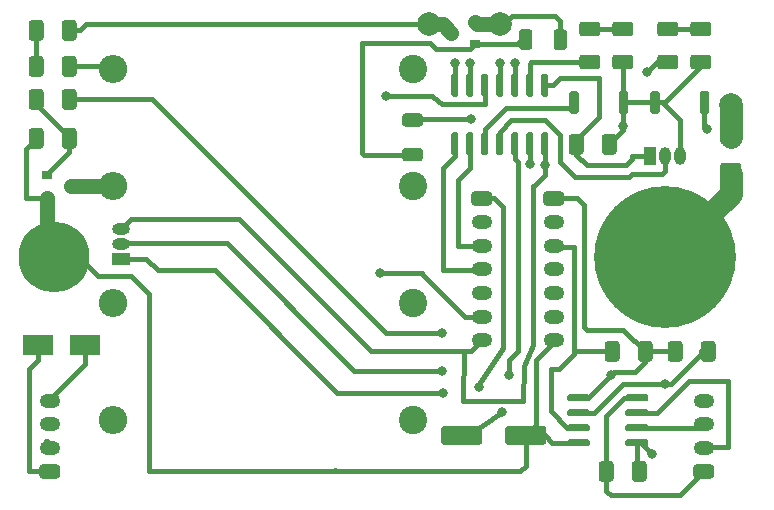
<source format=gbr>
%TF.GenerationSoftware,KiCad,Pcbnew,(5.1.9)-1*%
%TF.CreationDate,2021-03-01T17:33:47+01:00*%
%TF.ProjectId,mod_cell_0_02,6d6f645f-6365-46c6-9c5f-305f30322e6b,0.02*%
%TF.SameCoordinates,Original*%
%TF.FileFunction,Copper,L1,Top*%
%TF.FilePolarity,Positive*%
%FSLAX46Y46*%
G04 Gerber Fmt 4.6, Leading zero omitted, Abs format (unit mm)*
G04 Created by KiCad (PCBNEW (5.1.9)-1) date 2021-03-01 17:33:47*
%MOMM*%
%LPD*%
G01*
G04 APERTURE LIST*
%TA.AperFunction,ComponentPad*%
%ADD10C,2.400000*%
%TD*%
%TA.AperFunction,ComponentPad*%
%ADD11O,2.400000X2.400000*%
%TD*%
%TA.AperFunction,SMDPad,CuDef*%
%ADD12R,0.900000X0.800000*%
%TD*%
%TA.AperFunction,ComponentPad*%
%ADD13C,0.800000*%
%TD*%
%TA.AperFunction,ComponentPad*%
%ADD14C,12.000000*%
%TD*%
%TA.AperFunction,ComponentPad*%
%ADD15C,6.000000*%
%TD*%
%TA.AperFunction,ComponentPad*%
%ADD16O,1.750000X1.200000*%
%TD*%
%TA.AperFunction,SMDPad,CuDef*%
%ADD17R,2.500000X1.800000*%
%TD*%
%TA.AperFunction,ComponentPad*%
%ADD18O,1.000000X1.500000*%
%TD*%
%TA.AperFunction,ComponentPad*%
%ADD19R,1.000000X1.500000*%
%TD*%
%TA.AperFunction,ComponentPad*%
%ADD20R,1.500000X1.000000*%
%TD*%
%TA.AperFunction,ComponentPad*%
%ADD21O,1.500000X1.000000*%
%TD*%
%TA.AperFunction,ViaPad*%
%ADD22C,0.800000*%
%TD*%
%TA.AperFunction,ViaPad*%
%ADD23C,2.000000*%
%TD*%
%TA.AperFunction,Conductor*%
%ADD24C,0.406400*%
%TD*%
%TA.AperFunction,Conductor*%
%ADD25C,1.905000*%
%TD*%
%TA.AperFunction,Conductor*%
%ADD26C,1.270000*%
%TD*%
%TA.AperFunction,Conductor*%
%ADD27C,2.540000*%
%TD*%
G04 APERTURE END LIST*
D10*
%TO.P,R12,1*%
%TO.N,Net-(Q2-Pad3)*%
X152146000Y-102100380D03*
D11*
%TO.P,R12,2*%
%TO.N,Net-(D3-Pad1)*%
X126746000Y-102100380D03*
%TD*%
%TO.P,R6,2*%
%TO.N,Net-(Q2-Pad1)*%
%TA.AperFunction,SMDPad,CuDef*%
G36*
G01*
X162270000Y-79144999D02*
X162270000Y-80395001D01*
G75*
G02*
X162020001Y-80645000I-249999J0D01*
G01*
X161394999Y-80645000D01*
G75*
G02*
X161145000Y-80395001I0J249999D01*
G01*
X161145000Y-79144999D01*
G75*
G02*
X161394999Y-78895000I249999J0D01*
G01*
X162020001Y-78895000D01*
G75*
G02*
X162270000Y-79144999I0J-249999D01*
G01*
G37*
%TD.AperFunction*%
%TO.P,R6,1*%
%TO.N,Net-(C2-Pad1)*%
%TA.AperFunction,SMDPad,CuDef*%
G36*
G01*
X165195000Y-79144999D02*
X165195000Y-80395001D01*
G75*
G02*
X164945001Y-80645000I-249999J0D01*
G01*
X164319999Y-80645000D01*
G75*
G02*
X164070000Y-80395001I0J249999D01*
G01*
X164070000Y-79144999D01*
G75*
G02*
X164319999Y-78895000I249999J0D01*
G01*
X164945001Y-78895000D01*
G75*
G02*
X165195000Y-79144999I0J-249999D01*
G01*
G37*
%TD.AperFunction*%
%TD*%
%TO.P,R5,2*%
%TO.N,Net-(R5-Pad2)*%
%TA.AperFunction,SMDPad,CuDef*%
G36*
G01*
X152755001Y-87140000D02*
X151504999Y-87140000D01*
G75*
G02*
X151255000Y-86890001I0J249999D01*
G01*
X151255000Y-86264999D01*
G75*
G02*
X151504999Y-86015000I249999J0D01*
G01*
X152755001Y-86015000D01*
G75*
G02*
X153005000Y-86264999I0J-249999D01*
G01*
X153005000Y-86890001D01*
G75*
G02*
X152755001Y-87140000I-249999J0D01*
G01*
G37*
%TD.AperFunction*%
%TO.P,R5,1*%
%TO.N,Net-(Q2-Pad1)*%
%TA.AperFunction,SMDPad,CuDef*%
G36*
G01*
X152755001Y-90065000D02*
X151504999Y-90065000D01*
G75*
G02*
X151255000Y-89815001I0J249999D01*
G01*
X151255000Y-89189999D01*
G75*
G02*
X151504999Y-88940000I249999J0D01*
G01*
X152755001Y-88940000D01*
G75*
G02*
X153005000Y-89189999I0J-249999D01*
G01*
X153005000Y-89815001D01*
G75*
G02*
X152755001Y-90065000I-249999J0D01*
G01*
G37*
%TD.AperFunction*%
%TD*%
D12*
%TO.P,Q2,3*%
%TO.N,Net-(Q2-Pad3)*%
X155420000Y-79210000D03*
%TO.P,Q2,2*%
%TO.N,Net-(C2-Pad1)*%
X157420000Y-78260000D03*
%TO.P,Q2,1*%
%TO.N,Net-(Q2-Pad1)*%
X157420000Y-80160000D03*
%TD*%
%TO.P,Q1,3*%
%TO.N,Net-(D3-Pad1)*%
X123174000Y-92202000D03*
%TO.P,Q1,2*%
%TO.N,-BATT*%
X121174000Y-93152000D03*
%TO.P,Q1,1*%
%TO.N,Net-(Q1-Pad1)*%
X121174000Y-91252000D03*
%TD*%
D13*
%TO.P,J3,*%
%TO.N,*%
X176482000Y-95450000D03*
X170232000Y-95450000D03*
X170232000Y-100700000D03*
X177232000Y-94700000D03*
X169482000Y-101450000D03*
X169482000Y-94700000D03*
X177232000Y-101450000D03*
X176482000Y-100700000D03*
X169482000Y-98200000D03*
X173482000Y-93200000D03*
X173482000Y-94200000D03*
X173482000Y-103200000D03*
X173482000Y-102200000D03*
X178482000Y-98200000D03*
X177482000Y-98200000D03*
X168482000Y-98200000D03*
D14*
%TO.P,J3,1*%
%TO.N,+BATT*%
X173482000Y-98200000D03*
%TD*%
D15*
%TO.P,J6,1*%
%TO.N,-BATT*%
X121787920Y-98200000D03*
%TD*%
%TO.P,C2,1*%
%TO.N,Net-(C2-Pad1)*%
%TA.AperFunction,SMDPad,CuDef*%
G36*
G01*
X154554000Y-113834000D02*
X154554000Y-112734000D01*
G75*
G02*
X154804000Y-112484000I250000J0D01*
G01*
X157804000Y-112484000D01*
G75*
G02*
X158054000Y-112734000I0J-250000D01*
G01*
X158054000Y-113834000D01*
G75*
G02*
X157804000Y-114084000I-250000J0D01*
G01*
X154804000Y-114084000D01*
G75*
G02*
X154554000Y-113834000I0J250000D01*
G01*
G37*
%TD.AperFunction*%
%TO.P,C2,2*%
%TO.N,-BATT*%
%TA.AperFunction,SMDPad,CuDef*%
G36*
G01*
X159954000Y-113834000D02*
X159954000Y-112734000D01*
G75*
G02*
X160204000Y-112484000I250000J0D01*
G01*
X163204000Y-112484000D01*
G75*
G02*
X163454000Y-112734000I0J-250000D01*
G01*
X163454000Y-113834000D01*
G75*
G02*
X163204000Y-114084000I-250000J0D01*
G01*
X160204000Y-114084000D01*
G75*
G02*
X159954000Y-113834000I0J250000D01*
G01*
G37*
%TD.AperFunction*%
%TD*%
%TO.P,J5,1*%
%TO.N,vcc_tiny*%
%TA.AperFunction,ComponentPad*%
G36*
G01*
X157362999Y-92618000D02*
X158613001Y-92618000D01*
G75*
G02*
X158863000Y-92867999I0J-249999D01*
G01*
X158863000Y-93568001D01*
G75*
G02*
X158613001Y-93818000I-249999J0D01*
G01*
X157362999Y-93818000D01*
G75*
G02*
X157113000Y-93568001I0J249999D01*
G01*
X157113000Y-92867999D01*
G75*
G02*
X157362999Y-92618000I249999J0D01*
G01*
G37*
%TD.AperFunction*%
D16*
%TO.P,J5,2*%
%TO.N,sda_tiny*%
X157988000Y-95218000D03*
%TO.P,J5,3*%
%TO.N,scl_tiny*%
X157988000Y-97218000D03*
%TO.P,J5,4*%
%TO.N,spr_tiny*%
X157988000Y-99218000D03*
%TO.P,J5,5*%
%TO.N,rst_tiny*%
X157988000Y-101218000D03*
%TO.P,J5,6*%
%TO.N,msf_tiny*%
X157988000Y-103218000D03*
%TO.P,J5,7*%
%TO.N,gnd_tiny*%
X157988000Y-105218000D03*
%TD*%
%TO.P,J2,4*%
%TO.N,Net-(C1-Pad2)*%
X176784000Y-110332000D03*
%TO.P,J2,3*%
%TO.N,Net-(IC1-Pad6)*%
X176784000Y-112332000D03*
%TO.P,J2,2*%
%TO.N,Net-(IC1-Pad7)*%
X176784000Y-114332000D03*
%TO.P,J2,1*%
%TO.N,Net-(C1-Pad1)*%
%TA.AperFunction,ComponentPad*%
G36*
G01*
X177409001Y-116932000D02*
X176158999Y-116932000D01*
G75*
G02*
X175909000Y-116682001I0J249999D01*
G01*
X175909000Y-115981999D01*
G75*
G02*
X176158999Y-115732000I249999J0D01*
G01*
X177409001Y-115732000D01*
G75*
G02*
X177659000Y-115981999I0J-249999D01*
G01*
X177659000Y-116682001D01*
G75*
G02*
X177409001Y-116932000I-249999J0D01*
G01*
G37*
%TD.AperFunction*%
%TD*%
%TO.P,J1,4*%
%TO.N,Net-(C1-Pad2)*%
X121412000Y-110332000D03*
%TO.P,J1,3*%
%TO.N,Net-(IC1-Pad6)*%
X121412000Y-112332000D03*
%TO.P,J1,2*%
%TO.N,Net-(IC1-Pad7)*%
X121412000Y-114332000D03*
%TO.P,J1,1*%
%TO.N,Net-(C1-Pad1)*%
%TA.AperFunction,ComponentPad*%
G36*
G01*
X122037001Y-116932000D02*
X120786999Y-116932000D01*
G75*
G02*
X120537000Y-116682001I0J249999D01*
G01*
X120537000Y-115981999D01*
G75*
G02*
X120786999Y-115732000I249999J0D01*
G01*
X122037001Y-115732000D01*
G75*
G02*
X122287000Y-115981999I0J-249999D01*
G01*
X122287000Y-116682001D01*
G75*
G02*
X122037001Y-116932000I-249999J0D01*
G01*
G37*
%TD.AperFunction*%
%TD*%
%TO.P,C1,1*%
%TO.N,Net-(C1-Pad1)*%
%TA.AperFunction,SMDPad,CuDef*%
G36*
G01*
X167901000Y-116957000D02*
X167901000Y-115707000D01*
G75*
G02*
X168151000Y-115457000I250000J0D01*
G01*
X168901000Y-115457000D01*
G75*
G02*
X169151000Y-115707000I0J-250000D01*
G01*
X169151000Y-116957000D01*
G75*
G02*
X168901000Y-117207000I-250000J0D01*
G01*
X168151000Y-117207000D01*
G75*
G02*
X167901000Y-116957000I0J250000D01*
G01*
G37*
%TD.AperFunction*%
%TO.P,C1,2*%
%TO.N,Net-(C1-Pad2)*%
%TA.AperFunction,SMDPad,CuDef*%
G36*
G01*
X170701000Y-116957000D02*
X170701000Y-115707000D01*
G75*
G02*
X170951000Y-115457000I250000J0D01*
G01*
X171701000Y-115457000D01*
G75*
G02*
X171951000Y-115707000I0J-250000D01*
G01*
X171951000Y-116957000D01*
G75*
G02*
X171701000Y-117207000I-250000J0D01*
G01*
X170951000Y-117207000D01*
G75*
G02*
X170701000Y-116957000I0J250000D01*
G01*
G37*
%TD.AperFunction*%
%TD*%
%TO.P,C3,2*%
%TO.N,gnd_tiny*%
%TA.AperFunction,SMDPad,CuDef*%
G36*
G01*
X168161000Y-89271000D02*
X168161000Y-88021000D01*
G75*
G02*
X168411000Y-87771000I250000J0D01*
G01*
X169161000Y-87771000D01*
G75*
G02*
X169411000Y-88021000I0J-250000D01*
G01*
X169411000Y-89271000D01*
G75*
G02*
X169161000Y-89521000I-250000J0D01*
G01*
X168411000Y-89521000D01*
G75*
G02*
X168161000Y-89271000I0J250000D01*
G01*
G37*
%TD.AperFunction*%
%TO.P,C3,1*%
%TO.N,vcc_tiny*%
%TA.AperFunction,SMDPad,CuDef*%
G36*
G01*
X165361000Y-89271000D02*
X165361000Y-88021000D01*
G75*
G02*
X165611000Y-87771000I250000J0D01*
G01*
X166361000Y-87771000D01*
G75*
G02*
X166611000Y-88021000I0J-250000D01*
G01*
X166611000Y-89271000D01*
G75*
G02*
X166361000Y-89521000I-250000J0D01*
G01*
X165611000Y-89521000D01*
G75*
G02*
X165361000Y-89271000I0J250000D01*
G01*
G37*
%TD.AperFunction*%
%TD*%
%TO.P,D1,1*%
%TO.N,gnd_tiny*%
%TA.AperFunction,SMDPad,CuDef*%
G36*
G01*
X170551000Y-82289000D02*
X169301000Y-82289000D01*
G75*
G02*
X169051000Y-82039000I0J250000D01*
G01*
X169051000Y-81289000D01*
G75*
G02*
X169301000Y-81039000I250000J0D01*
G01*
X170551000Y-81039000D01*
G75*
G02*
X170801000Y-81289000I0J-250000D01*
G01*
X170801000Y-82039000D01*
G75*
G02*
X170551000Y-82289000I-250000J0D01*
G01*
G37*
%TD.AperFunction*%
%TO.P,D1,2*%
%TO.N,Net-(D1-Pad2)*%
%TA.AperFunction,SMDPad,CuDef*%
G36*
G01*
X170551000Y-79489000D02*
X169301000Y-79489000D01*
G75*
G02*
X169051000Y-79239000I0J250000D01*
G01*
X169051000Y-78489000D01*
G75*
G02*
X169301000Y-78239000I250000J0D01*
G01*
X170551000Y-78239000D01*
G75*
G02*
X170801000Y-78489000I0J-250000D01*
G01*
X170801000Y-79239000D01*
G75*
G02*
X170551000Y-79489000I-250000J0D01*
G01*
G37*
%TD.AperFunction*%
%TD*%
%TO.P,D2,2*%
%TO.N,Net-(D2-Pad2)*%
%TA.AperFunction,SMDPad,CuDef*%
G36*
G01*
X177155000Y-79489000D02*
X175905000Y-79489000D01*
G75*
G02*
X175655000Y-79239000I0J250000D01*
G01*
X175655000Y-78489000D01*
G75*
G02*
X175905000Y-78239000I250000J0D01*
G01*
X177155000Y-78239000D01*
G75*
G02*
X177405000Y-78489000I0J-250000D01*
G01*
X177405000Y-79239000D01*
G75*
G02*
X177155000Y-79489000I-250000J0D01*
G01*
G37*
%TD.AperFunction*%
%TO.P,D2,1*%
%TO.N,gnd_tiny*%
%TA.AperFunction,SMDPad,CuDef*%
G36*
G01*
X177155000Y-82289000D02*
X175905000Y-82289000D01*
G75*
G02*
X175655000Y-82039000I0J250000D01*
G01*
X175655000Y-81289000D01*
G75*
G02*
X175905000Y-81039000I250000J0D01*
G01*
X177155000Y-81039000D01*
G75*
G02*
X177405000Y-81289000I0J-250000D01*
G01*
X177405000Y-82039000D01*
G75*
G02*
X177155000Y-82289000I-250000J0D01*
G01*
G37*
%TD.AperFunction*%
%TD*%
%TO.P,D3,1*%
%TO.N,Net-(D3-Pad1)*%
%TA.AperFunction,SMDPad,CuDef*%
G36*
G01*
X123691000Y-81417000D02*
X123691000Y-82667000D01*
G75*
G02*
X123441000Y-82917000I-250000J0D01*
G01*
X122691000Y-82917000D01*
G75*
G02*
X122441000Y-82667000I0J250000D01*
G01*
X122441000Y-81417000D01*
G75*
G02*
X122691000Y-81167000I250000J0D01*
G01*
X123441000Y-81167000D01*
G75*
G02*
X123691000Y-81417000I0J-250000D01*
G01*
G37*
%TD.AperFunction*%
%TO.P,D3,2*%
%TO.N,Net-(D3-Pad2)*%
%TA.AperFunction,SMDPad,CuDef*%
G36*
G01*
X120891000Y-81417000D02*
X120891000Y-82667000D01*
G75*
G02*
X120641000Y-82917000I-250000J0D01*
G01*
X119891000Y-82917000D01*
G75*
G02*
X119641000Y-82667000I0J250000D01*
G01*
X119641000Y-81417000D01*
G75*
G02*
X119891000Y-81167000I250000J0D01*
G01*
X120641000Y-81167000D01*
G75*
G02*
X120891000Y-81417000I0J-250000D01*
G01*
G37*
%TD.AperFunction*%
%TD*%
D17*
%TO.P,D4,1*%
%TO.N,Net-(C1-Pad1)*%
X120428000Y-105664000D03*
%TO.P,D4,2*%
%TO.N,Net-(C1-Pad2)*%
X124428000Y-105664000D03*
%TD*%
%TO.P,F1,1*%
%TO.N,+BATT*%
%TA.AperFunction,SMDPad,CuDef*%
G36*
G01*
X179695000Y-91433000D02*
X178445000Y-91433000D01*
G75*
G02*
X178195000Y-91183000I0J250000D01*
G01*
X178195000Y-90433000D01*
G75*
G02*
X178445000Y-90183000I250000J0D01*
G01*
X179695000Y-90183000D01*
G75*
G02*
X179945000Y-90433000I0J-250000D01*
G01*
X179945000Y-91183000D01*
G75*
G02*
X179695000Y-91433000I-250000J0D01*
G01*
G37*
%TD.AperFunction*%
%TO.P,F1,2*%
%TO.N,Net-(C2-Pad1)*%
%TA.AperFunction,SMDPad,CuDef*%
G36*
G01*
X179695000Y-88633000D02*
X178445000Y-88633000D01*
G75*
G02*
X178195000Y-88383000I0J250000D01*
G01*
X178195000Y-87633000D01*
G75*
G02*
X178445000Y-87383000I250000J0D01*
G01*
X179695000Y-87383000D01*
G75*
G02*
X179945000Y-87633000I0J-250000D01*
G01*
X179945000Y-88383000D01*
G75*
G02*
X179695000Y-88633000I-250000J0D01*
G01*
G37*
%TD.AperFunction*%
%TD*%
%TO.P,IC1,1*%
%TO.N,Net-(C2-Pad1)*%
%TA.AperFunction,SMDPad,CuDef*%
G36*
G01*
X165206000Y-110259000D02*
X165206000Y-109959000D01*
G75*
G02*
X165356000Y-109809000I150000J0D01*
G01*
X167006000Y-109809000D01*
G75*
G02*
X167156000Y-109959000I0J-150000D01*
G01*
X167156000Y-110259000D01*
G75*
G02*
X167006000Y-110409000I-150000J0D01*
G01*
X165356000Y-110409000D01*
G75*
G02*
X165206000Y-110259000I0J150000D01*
G01*
G37*
%TD.AperFunction*%
%TO.P,IC1,2*%
%TO.N,sda_cel*%
%TA.AperFunction,SMDPad,CuDef*%
G36*
G01*
X165206000Y-111529000D02*
X165206000Y-111229000D01*
G75*
G02*
X165356000Y-111079000I150000J0D01*
G01*
X167006000Y-111079000D01*
G75*
G02*
X167156000Y-111229000I0J-150000D01*
G01*
X167156000Y-111529000D01*
G75*
G02*
X167006000Y-111679000I-150000J0D01*
G01*
X165356000Y-111679000D01*
G75*
G02*
X165206000Y-111529000I0J150000D01*
G01*
G37*
%TD.AperFunction*%
%TO.P,IC1,3*%
%TO.N,scl_cel*%
%TA.AperFunction,SMDPad,CuDef*%
G36*
G01*
X165206000Y-112799000D02*
X165206000Y-112499000D01*
G75*
G02*
X165356000Y-112349000I150000J0D01*
G01*
X167006000Y-112349000D01*
G75*
G02*
X167156000Y-112499000I0J-150000D01*
G01*
X167156000Y-112799000D01*
G75*
G02*
X167006000Y-112949000I-150000J0D01*
G01*
X165356000Y-112949000D01*
G75*
G02*
X165206000Y-112799000I0J150000D01*
G01*
G37*
%TD.AperFunction*%
%TO.P,IC1,4*%
%TO.N,-BATT*%
%TA.AperFunction,SMDPad,CuDef*%
G36*
G01*
X165206000Y-114069000D02*
X165206000Y-113769000D01*
G75*
G02*
X165356000Y-113619000I150000J0D01*
G01*
X167006000Y-113619000D01*
G75*
G02*
X167156000Y-113769000I0J-150000D01*
G01*
X167156000Y-114069000D01*
G75*
G02*
X167006000Y-114219000I-150000J0D01*
G01*
X165356000Y-114219000D01*
G75*
G02*
X165206000Y-114069000I0J150000D01*
G01*
G37*
%TD.AperFunction*%
%TO.P,IC1,5*%
%TO.N,Net-(C1-Pad2)*%
%TA.AperFunction,SMDPad,CuDef*%
G36*
G01*
X170156000Y-114069000D02*
X170156000Y-113769000D01*
G75*
G02*
X170306000Y-113619000I150000J0D01*
G01*
X171956000Y-113619000D01*
G75*
G02*
X172106000Y-113769000I0J-150000D01*
G01*
X172106000Y-114069000D01*
G75*
G02*
X171956000Y-114219000I-150000J0D01*
G01*
X170306000Y-114219000D01*
G75*
G02*
X170156000Y-114069000I0J150000D01*
G01*
G37*
%TD.AperFunction*%
%TO.P,IC1,6*%
%TO.N,Net-(IC1-Pad6)*%
%TA.AperFunction,SMDPad,CuDef*%
G36*
G01*
X170156000Y-112799000D02*
X170156000Y-112499000D01*
G75*
G02*
X170306000Y-112349000I150000J0D01*
G01*
X171956000Y-112349000D01*
G75*
G02*
X172106000Y-112499000I0J-150000D01*
G01*
X172106000Y-112799000D01*
G75*
G02*
X171956000Y-112949000I-150000J0D01*
G01*
X170306000Y-112949000D01*
G75*
G02*
X170156000Y-112799000I0J150000D01*
G01*
G37*
%TD.AperFunction*%
%TO.P,IC1,7*%
%TO.N,Net-(IC1-Pad7)*%
%TA.AperFunction,SMDPad,CuDef*%
G36*
G01*
X170156000Y-111529000D02*
X170156000Y-111229000D01*
G75*
G02*
X170306000Y-111079000I150000J0D01*
G01*
X171956000Y-111079000D01*
G75*
G02*
X172106000Y-111229000I0J-150000D01*
G01*
X172106000Y-111529000D01*
G75*
G02*
X171956000Y-111679000I-150000J0D01*
G01*
X170306000Y-111679000D01*
G75*
G02*
X170156000Y-111529000I0J150000D01*
G01*
G37*
%TD.AperFunction*%
%TO.P,IC1,8*%
%TO.N,Net-(C1-Pad1)*%
%TA.AperFunction,SMDPad,CuDef*%
G36*
G01*
X170156000Y-110259000D02*
X170156000Y-109959000D01*
G75*
G02*
X170306000Y-109809000I150000J0D01*
G01*
X171956000Y-109809000D01*
G75*
G02*
X172106000Y-109959000I0J-150000D01*
G01*
X172106000Y-110259000D01*
G75*
G02*
X171956000Y-110409000I-150000J0D01*
G01*
X170306000Y-110409000D01*
G75*
G02*
X170156000Y-110259000I0J150000D01*
G01*
G37*
%TD.AperFunction*%
%TD*%
D16*
%TO.P,J4,7*%
%TO.N,-BATT*%
X164084000Y-105218000D03*
%TO.P,J4,6*%
%TO.N,msf_cel*%
X164084000Y-103218000D03*
%TO.P,J4,5*%
%TO.N,Net-(J4-Pad5)*%
X164084000Y-101218000D03*
%TO.P,J4,4*%
%TO.N,Net-(J4-Pad4)*%
X164084000Y-99218000D03*
%TO.P,J4,3*%
%TO.N,scl_cel*%
X164084000Y-97218000D03*
%TO.P,J4,2*%
%TO.N,sda_cel*%
X164084000Y-95218000D03*
%TO.P,J4,1*%
%TO.N,Net-(C2-Pad1)*%
%TA.AperFunction,ComponentPad*%
G36*
G01*
X163458999Y-92618000D02*
X164709001Y-92618000D01*
G75*
G02*
X164959000Y-92867999I0J-249999D01*
G01*
X164959000Y-93568001D01*
G75*
G02*
X164709001Y-93818000I-249999J0D01*
G01*
X163458999Y-93818000D01*
G75*
G02*
X163209000Y-93568001I0J249999D01*
G01*
X163209000Y-92867999D01*
G75*
G02*
X163458999Y-92618000I249999J0D01*
G01*
G37*
%TD.AperFunction*%
%TD*%
%TO.P,R1,2*%
%TO.N,scl_cel*%
%TA.AperFunction,SMDPad,CuDef*%
G36*
G01*
X169659000Y-105547000D02*
X169659000Y-106797000D01*
G75*
G02*
X169409000Y-107047000I-250000J0D01*
G01*
X168659000Y-107047000D01*
G75*
G02*
X168409000Y-106797000I0J250000D01*
G01*
X168409000Y-105547000D01*
G75*
G02*
X168659000Y-105297000I250000J0D01*
G01*
X169409000Y-105297000D01*
G75*
G02*
X169659000Y-105547000I0J-250000D01*
G01*
G37*
%TD.AperFunction*%
%TO.P,R1,1*%
%TO.N,Net-(C2-Pad1)*%
%TA.AperFunction,SMDPad,CuDef*%
G36*
G01*
X172459000Y-105547000D02*
X172459000Y-106797000D01*
G75*
G02*
X172209000Y-107047000I-250000J0D01*
G01*
X171459000Y-107047000D01*
G75*
G02*
X171209000Y-106797000I0J250000D01*
G01*
X171209000Y-105547000D01*
G75*
G02*
X171459000Y-105297000I250000J0D01*
G01*
X172209000Y-105297000D01*
G75*
G02*
X172459000Y-105547000I0J-250000D01*
G01*
G37*
%TD.AperFunction*%
%TD*%
%TO.P,R2,1*%
%TO.N,Net-(C2-Pad1)*%
%TA.AperFunction,SMDPad,CuDef*%
G36*
G01*
X173743000Y-106797000D02*
X173743000Y-105547000D01*
G75*
G02*
X173993000Y-105297000I250000J0D01*
G01*
X174743000Y-105297000D01*
G75*
G02*
X174993000Y-105547000I0J-250000D01*
G01*
X174993000Y-106797000D01*
G75*
G02*
X174743000Y-107047000I-250000J0D01*
G01*
X173993000Y-107047000D01*
G75*
G02*
X173743000Y-106797000I0J250000D01*
G01*
G37*
%TD.AperFunction*%
%TO.P,R2,2*%
%TO.N,sda_cel*%
%TA.AperFunction,SMDPad,CuDef*%
G36*
G01*
X176543000Y-106797000D02*
X176543000Y-105547000D01*
G75*
G02*
X176793000Y-105297000I250000J0D01*
G01*
X177543000Y-105297000D01*
G75*
G02*
X177793000Y-105547000I0J-250000D01*
G01*
X177793000Y-106797000D01*
G75*
G02*
X177543000Y-107047000I-250000J0D01*
G01*
X176793000Y-107047000D01*
G75*
G02*
X176543000Y-106797000I0J250000D01*
G01*
G37*
%TD.AperFunction*%
%TD*%
%TO.P,R3,1*%
%TO.N,Net-(R3-Pad1)*%
%TA.AperFunction,SMDPad,CuDef*%
G36*
G01*
X167757000Y-82289000D02*
X166507000Y-82289000D01*
G75*
G02*
X166257000Y-82039000I0J250000D01*
G01*
X166257000Y-81289000D01*
G75*
G02*
X166507000Y-81039000I250000J0D01*
G01*
X167757000Y-81039000D01*
G75*
G02*
X168007000Y-81289000I0J-250000D01*
G01*
X168007000Y-82039000D01*
G75*
G02*
X167757000Y-82289000I-250000J0D01*
G01*
G37*
%TD.AperFunction*%
%TO.P,R3,2*%
%TO.N,Net-(D1-Pad2)*%
%TA.AperFunction,SMDPad,CuDef*%
G36*
G01*
X167757000Y-79489000D02*
X166507000Y-79489000D01*
G75*
G02*
X166257000Y-79239000I0J250000D01*
G01*
X166257000Y-78489000D01*
G75*
G02*
X166507000Y-78239000I250000J0D01*
G01*
X167757000Y-78239000D01*
G75*
G02*
X168007000Y-78489000I0J-250000D01*
G01*
X168007000Y-79239000D01*
G75*
G02*
X167757000Y-79489000I-250000J0D01*
G01*
G37*
%TD.AperFunction*%
%TD*%
%TO.P,R4,2*%
%TO.N,Net-(D2-Pad2)*%
%TA.AperFunction,SMDPad,CuDef*%
G36*
G01*
X174361000Y-79489000D02*
X173111000Y-79489000D01*
G75*
G02*
X172861000Y-79239000I0J250000D01*
G01*
X172861000Y-78489000D01*
G75*
G02*
X173111000Y-78239000I250000J0D01*
G01*
X174361000Y-78239000D01*
G75*
G02*
X174611000Y-78489000I0J-250000D01*
G01*
X174611000Y-79239000D01*
G75*
G02*
X174361000Y-79489000I-250000J0D01*
G01*
G37*
%TD.AperFunction*%
%TO.P,R4,1*%
%TO.N,Net-(R4-Pad1)*%
%TA.AperFunction,SMDPad,CuDef*%
G36*
G01*
X174361000Y-82289000D02*
X173111000Y-82289000D01*
G75*
G02*
X172861000Y-82039000I0J250000D01*
G01*
X172861000Y-81289000D01*
G75*
G02*
X173111000Y-81039000I250000J0D01*
G01*
X174361000Y-81039000D01*
G75*
G02*
X174611000Y-81289000I0J-250000D01*
G01*
X174611000Y-82039000D01*
G75*
G02*
X174361000Y-82289000I-250000J0D01*
G01*
G37*
%TD.AperFunction*%
%TD*%
%TO.P,R7,1*%
%TO.N,Net-(Q2-Pad3)*%
%TA.AperFunction,SMDPad,CuDef*%
G36*
G01*
X123691000Y-78369000D02*
X123691000Y-79619000D01*
G75*
G02*
X123441000Y-79869000I-250000J0D01*
G01*
X122691000Y-79869000D01*
G75*
G02*
X122441000Y-79619000I0J250000D01*
G01*
X122441000Y-78369000D01*
G75*
G02*
X122691000Y-78119000I250000J0D01*
G01*
X123441000Y-78119000D01*
G75*
G02*
X123691000Y-78369000I0J-250000D01*
G01*
G37*
%TD.AperFunction*%
%TO.P,R7,2*%
%TO.N,Net-(D3-Pad2)*%
%TA.AperFunction,SMDPad,CuDef*%
G36*
G01*
X120891000Y-78369000D02*
X120891000Y-79619000D01*
G75*
G02*
X120641000Y-79869000I-250000J0D01*
G01*
X119891000Y-79869000D01*
G75*
G02*
X119641000Y-79619000I0J250000D01*
G01*
X119641000Y-78369000D01*
G75*
G02*
X119891000Y-78119000I250000J0D01*
G01*
X120641000Y-78119000D01*
G75*
G02*
X120891000Y-78369000I0J-250000D01*
G01*
G37*
%TD.AperFunction*%
%TD*%
%TO.P,R8,1*%
%TO.N,Net-(Q1-Pad1)*%
%TA.AperFunction,SMDPad,CuDef*%
G36*
G01*
X119641000Y-85461000D02*
X119641000Y-84211000D01*
G75*
G02*
X119891000Y-83961000I250000J0D01*
G01*
X120641000Y-83961000D01*
G75*
G02*
X120891000Y-84211000I0J-250000D01*
G01*
X120891000Y-85461000D01*
G75*
G02*
X120641000Y-85711000I-250000J0D01*
G01*
X119891000Y-85711000D01*
G75*
G02*
X119641000Y-85461000I0J250000D01*
G01*
G37*
%TD.AperFunction*%
%TO.P,R8,2*%
%TO.N,msf_cel*%
%TA.AperFunction,SMDPad,CuDef*%
G36*
G01*
X122441000Y-85461000D02*
X122441000Y-84211000D01*
G75*
G02*
X122691000Y-83961000I250000J0D01*
G01*
X123441000Y-83961000D01*
G75*
G02*
X123691000Y-84211000I0J-250000D01*
G01*
X123691000Y-85461000D01*
G75*
G02*
X123441000Y-85711000I-250000J0D01*
G01*
X122691000Y-85711000D01*
G75*
G02*
X122441000Y-85461000I0J250000D01*
G01*
G37*
%TD.AperFunction*%
%TD*%
%TO.P,R9,2*%
%TO.N,-BATT*%
%TA.AperFunction,SMDPad,CuDef*%
G36*
G01*
X120891000Y-87513000D02*
X120891000Y-88763000D01*
G75*
G02*
X120641000Y-89013000I-250000J0D01*
G01*
X119891000Y-89013000D01*
G75*
G02*
X119641000Y-88763000I0J250000D01*
G01*
X119641000Y-87513000D01*
G75*
G02*
X119891000Y-87263000I250000J0D01*
G01*
X120641000Y-87263000D01*
G75*
G02*
X120891000Y-87513000I0J-250000D01*
G01*
G37*
%TD.AperFunction*%
%TO.P,R9,1*%
%TO.N,Net-(Q1-Pad1)*%
%TA.AperFunction,SMDPad,CuDef*%
G36*
G01*
X123691000Y-87513000D02*
X123691000Y-88763000D01*
G75*
G02*
X123441000Y-89013000I-250000J0D01*
G01*
X122691000Y-89013000D01*
G75*
G02*
X122441000Y-88763000I0J250000D01*
G01*
X122441000Y-87513000D01*
G75*
G02*
X122691000Y-87263000I250000J0D01*
G01*
X123441000Y-87263000D01*
G75*
G02*
X123691000Y-87513000I0J-250000D01*
G01*
G37*
%TD.AperFunction*%
%TD*%
D11*
%TO.P,R10,2*%
%TO.N,Net-(D3-Pad1)*%
X126746000Y-82296000D03*
D10*
%TO.P,R10,1*%
%TO.N,Net-(Q2-Pad3)*%
X152146000Y-82296000D03*
%TD*%
%TO.P,R11,1*%
%TO.N,Net-(Q2-Pad3)*%
X152146000Y-92202000D03*
D11*
%TO.P,R11,2*%
%TO.N,Net-(D3-Pad1)*%
X126746000Y-92202000D03*
%TD*%
%TO.P,R13,2*%
%TO.N,Net-(D3-Pad1)*%
X126746000Y-112014000D03*
D10*
%TO.P,R13,1*%
%TO.N,Net-(Q2-Pad3)*%
X152146000Y-112014000D03*
%TD*%
%TO.P,SW1,1*%
%TO.N,gnd_tiny*%
%TA.AperFunction,SMDPad,CuDef*%
G36*
G01*
X170394000Y-84290000D02*
X170394000Y-85890000D01*
G75*
G02*
X170194000Y-86090000I-200000J0D01*
G01*
X169794000Y-86090000D01*
G75*
G02*
X169594000Y-85890000I0J200000D01*
G01*
X169594000Y-84290000D01*
G75*
G02*
X169794000Y-84090000I200000J0D01*
G01*
X170194000Y-84090000D01*
G75*
G02*
X170394000Y-84290000I0J-200000D01*
G01*
G37*
%TD.AperFunction*%
%TO.P,SW1,2*%
%TO.N,Net-(SW1-Pad2)*%
%TA.AperFunction,SMDPad,CuDef*%
G36*
G01*
X166194000Y-84290000D02*
X166194000Y-85890000D01*
G75*
G02*
X165994000Y-86090000I-200000J0D01*
G01*
X165594000Y-86090000D01*
G75*
G02*
X165394000Y-85890000I0J200000D01*
G01*
X165394000Y-84290000D01*
G75*
G02*
X165594000Y-84090000I200000J0D01*
G01*
X165994000Y-84090000D01*
G75*
G02*
X166194000Y-84290000I0J-200000D01*
G01*
G37*
%TD.AperFunction*%
%TD*%
%TO.P,SW2,2*%
%TO.N,Net-(SW2-Pad2)*%
%TA.AperFunction,SMDPad,CuDef*%
G36*
G01*
X176452000Y-85890000D02*
X176452000Y-84290000D01*
G75*
G02*
X176652000Y-84090000I200000J0D01*
G01*
X177052000Y-84090000D01*
G75*
G02*
X177252000Y-84290000I0J-200000D01*
G01*
X177252000Y-85890000D01*
G75*
G02*
X177052000Y-86090000I-200000J0D01*
G01*
X176652000Y-86090000D01*
G75*
G02*
X176452000Y-85890000I0J200000D01*
G01*
G37*
%TD.AperFunction*%
%TO.P,SW2,1*%
%TO.N,gnd_tiny*%
%TA.AperFunction,SMDPad,CuDef*%
G36*
G01*
X172252000Y-85890000D02*
X172252000Y-84290000D01*
G75*
G02*
X172452000Y-84090000I200000J0D01*
G01*
X172852000Y-84090000D01*
G75*
G02*
X173052000Y-84290000I0J-200000D01*
G01*
X173052000Y-85890000D01*
G75*
G02*
X172852000Y-86090000I-200000J0D01*
G01*
X172452000Y-86090000D01*
G75*
G02*
X172252000Y-85890000I0J200000D01*
G01*
G37*
%TD.AperFunction*%
%TD*%
D18*
%TO.P,U1,2*%
%TO.N,Net-(U1-Pad2)*%
X173482000Y-89662000D03*
%TO.P,U1,3*%
%TO.N,gnd_tiny*%
X174752000Y-89662000D03*
D19*
%TO.P,U1,1*%
%TO.N,vcc_tiny*%
X172212000Y-89662000D03*
%TD*%
D20*
%TO.P,U2,1*%
%TO.N,vcc_tiny*%
X127490220Y-98346260D03*
D21*
%TO.P,U2,3*%
%TO.N,gnd_tiny*%
X127490220Y-95806260D03*
%TO.P,U2,2*%
%TO.N,Net-(U2-Pad2)*%
X127490220Y-97076260D03*
%TD*%
%TO.P,U3,1*%
%TO.N,vcc_tiny*%
%TA.AperFunction,SMDPad,CuDef*%
G36*
G01*
X163172000Y-82656000D02*
X163472000Y-82656000D01*
G75*
G02*
X163622000Y-82806000I0J-150000D01*
G01*
X163622000Y-84456000D01*
G75*
G02*
X163472000Y-84606000I-150000J0D01*
G01*
X163172000Y-84606000D01*
G75*
G02*
X163022000Y-84456000I0J150000D01*
G01*
X163022000Y-82806000D01*
G75*
G02*
X163172000Y-82656000I150000J0D01*
G01*
G37*
%TD.AperFunction*%
%TO.P,U3,2*%
%TO.N,Net-(R3-Pad1)*%
%TA.AperFunction,SMDPad,CuDef*%
G36*
G01*
X161902000Y-82656000D02*
X162202000Y-82656000D01*
G75*
G02*
X162352000Y-82806000I0J-150000D01*
G01*
X162352000Y-84456000D01*
G75*
G02*
X162202000Y-84606000I-150000J0D01*
G01*
X161902000Y-84606000D01*
G75*
G02*
X161752000Y-84456000I0J150000D01*
G01*
X161752000Y-82806000D01*
G75*
G02*
X161902000Y-82656000I150000J0D01*
G01*
G37*
%TD.AperFunction*%
%TO.P,U3,3*%
%TO.N,Net-(R4-Pad1)*%
%TA.AperFunction,SMDPad,CuDef*%
G36*
G01*
X160632000Y-82656000D02*
X160932000Y-82656000D01*
G75*
G02*
X161082000Y-82806000I0J-150000D01*
G01*
X161082000Y-84456000D01*
G75*
G02*
X160932000Y-84606000I-150000J0D01*
G01*
X160632000Y-84606000D01*
G75*
G02*
X160482000Y-84456000I0J150000D01*
G01*
X160482000Y-82806000D01*
G75*
G02*
X160632000Y-82656000I150000J0D01*
G01*
G37*
%TD.AperFunction*%
%TO.P,U3,4*%
%TO.N,rst_tiny*%
%TA.AperFunction,SMDPad,CuDef*%
G36*
G01*
X159362000Y-82656000D02*
X159662000Y-82656000D01*
G75*
G02*
X159812000Y-82806000I0J-150000D01*
G01*
X159812000Y-84456000D01*
G75*
G02*
X159662000Y-84606000I-150000J0D01*
G01*
X159362000Y-84606000D01*
G75*
G02*
X159212000Y-84456000I0J150000D01*
G01*
X159212000Y-82806000D01*
G75*
G02*
X159362000Y-82656000I150000J0D01*
G01*
G37*
%TD.AperFunction*%
%TO.P,U3,5*%
%TO.N,msf_tiny*%
%TA.AperFunction,SMDPad,CuDef*%
G36*
G01*
X158092000Y-82656000D02*
X158392000Y-82656000D01*
G75*
G02*
X158542000Y-82806000I0J-150000D01*
G01*
X158542000Y-84456000D01*
G75*
G02*
X158392000Y-84606000I-150000J0D01*
G01*
X158092000Y-84606000D01*
G75*
G02*
X157942000Y-84456000I0J150000D01*
G01*
X157942000Y-82806000D01*
G75*
G02*
X158092000Y-82656000I150000J0D01*
G01*
G37*
%TD.AperFunction*%
%TO.P,U3,6*%
%TO.N,Net-(SW2-Pad2)*%
%TA.AperFunction,SMDPad,CuDef*%
G36*
G01*
X156822000Y-82656000D02*
X157122000Y-82656000D01*
G75*
G02*
X157272000Y-82806000I0J-150000D01*
G01*
X157272000Y-84456000D01*
G75*
G02*
X157122000Y-84606000I-150000J0D01*
G01*
X156822000Y-84606000D01*
G75*
G02*
X156672000Y-84456000I0J150000D01*
G01*
X156672000Y-82806000D01*
G75*
G02*
X156822000Y-82656000I150000J0D01*
G01*
G37*
%TD.AperFunction*%
%TO.P,U3,7*%
%TO.N,sda_tiny*%
%TA.AperFunction,SMDPad,CuDef*%
G36*
G01*
X155552000Y-82656000D02*
X155852000Y-82656000D01*
G75*
G02*
X156002000Y-82806000I0J-150000D01*
G01*
X156002000Y-84456000D01*
G75*
G02*
X155852000Y-84606000I-150000J0D01*
G01*
X155552000Y-84606000D01*
G75*
G02*
X155402000Y-84456000I0J150000D01*
G01*
X155402000Y-82806000D01*
G75*
G02*
X155552000Y-82656000I150000J0D01*
G01*
G37*
%TD.AperFunction*%
%TO.P,U3,8*%
%TO.N,spr_tiny*%
%TA.AperFunction,SMDPad,CuDef*%
G36*
G01*
X155552000Y-87606000D02*
X155852000Y-87606000D01*
G75*
G02*
X156002000Y-87756000I0J-150000D01*
G01*
X156002000Y-89406000D01*
G75*
G02*
X155852000Y-89556000I-150000J0D01*
G01*
X155552000Y-89556000D01*
G75*
G02*
X155402000Y-89406000I0J150000D01*
G01*
X155402000Y-87756000D01*
G75*
G02*
X155552000Y-87606000I150000J0D01*
G01*
G37*
%TD.AperFunction*%
%TO.P,U3,9*%
%TO.N,scl_tiny*%
%TA.AperFunction,SMDPad,CuDef*%
G36*
G01*
X156822000Y-87606000D02*
X157122000Y-87606000D01*
G75*
G02*
X157272000Y-87756000I0J-150000D01*
G01*
X157272000Y-89406000D01*
G75*
G02*
X157122000Y-89556000I-150000J0D01*
G01*
X156822000Y-89556000D01*
G75*
G02*
X156672000Y-89406000I0J150000D01*
G01*
X156672000Y-87756000D01*
G75*
G02*
X156822000Y-87606000I150000J0D01*
G01*
G37*
%TD.AperFunction*%
%TO.P,U3,10*%
%TO.N,Net-(SW1-Pad2)*%
%TA.AperFunction,SMDPad,CuDef*%
G36*
G01*
X158092000Y-87606000D02*
X158392000Y-87606000D01*
G75*
G02*
X158542000Y-87756000I0J-150000D01*
G01*
X158542000Y-89406000D01*
G75*
G02*
X158392000Y-89556000I-150000J0D01*
G01*
X158092000Y-89556000D01*
G75*
G02*
X157942000Y-89406000I0J150000D01*
G01*
X157942000Y-87756000D01*
G75*
G02*
X158092000Y-87606000I150000J0D01*
G01*
G37*
%TD.AperFunction*%
%TO.P,U3,11*%
%TO.N,Net-(U1-Pad2)*%
%TA.AperFunction,SMDPad,CuDef*%
G36*
G01*
X159362000Y-87606000D02*
X159662000Y-87606000D01*
G75*
G02*
X159812000Y-87756000I0J-150000D01*
G01*
X159812000Y-89406000D01*
G75*
G02*
X159662000Y-89556000I-150000J0D01*
G01*
X159362000Y-89556000D01*
G75*
G02*
X159212000Y-89406000I0J150000D01*
G01*
X159212000Y-87756000D01*
G75*
G02*
X159362000Y-87606000I150000J0D01*
G01*
G37*
%TD.AperFunction*%
%TO.P,U3,12*%
%TO.N,Net-(U2-Pad2)*%
%TA.AperFunction,SMDPad,CuDef*%
G36*
G01*
X160632000Y-87606000D02*
X160932000Y-87606000D01*
G75*
G02*
X161082000Y-87756000I0J-150000D01*
G01*
X161082000Y-89406000D01*
G75*
G02*
X160932000Y-89556000I-150000J0D01*
G01*
X160632000Y-89556000D01*
G75*
G02*
X160482000Y-89406000I0J150000D01*
G01*
X160482000Y-87756000D01*
G75*
G02*
X160632000Y-87606000I150000J0D01*
G01*
G37*
%TD.AperFunction*%
%TO.P,U3,13*%
%TO.N,Net-(R5-Pad2)*%
%TA.AperFunction,SMDPad,CuDef*%
G36*
G01*
X161902000Y-87606000D02*
X162202000Y-87606000D01*
G75*
G02*
X162352000Y-87756000I0J-150000D01*
G01*
X162352000Y-89406000D01*
G75*
G02*
X162202000Y-89556000I-150000J0D01*
G01*
X161902000Y-89556000D01*
G75*
G02*
X161752000Y-89406000I0J150000D01*
G01*
X161752000Y-87756000D01*
G75*
G02*
X161902000Y-87606000I150000J0D01*
G01*
G37*
%TD.AperFunction*%
%TO.P,U3,14*%
%TO.N,gnd_tiny*%
%TA.AperFunction,SMDPad,CuDef*%
G36*
G01*
X163172000Y-87606000D02*
X163472000Y-87606000D01*
G75*
G02*
X163622000Y-87756000I0J-150000D01*
G01*
X163622000Y-89406000D01*
G75*
G02*
X163472000Y-89556000I-150000J0D01*
G01*
X163172000Y-89556000D01*
G75*
G02*
X163022000Y-89406000I0J150000D01*
G01*
X163022000Y-87756000D01*
G75*
G02*
X163172000Y-87606000I150000J0D01*
G01*
G37*
%TD.AperFunction*%
%TD*%
D22*
%TO.N,Net-(C1-Pad2)*%
X172425360Y-114838480D03*
D23*
%TO.N,Net-(C2-Pad1)*%
X179070000Y-85344000D03*
D22*
X168910000Y-108204000D03*
X159700000Y-111320000D03*
D23*
X159560000Y-78425000D03*
D22*
%TO.N,gnd_tiny*%
X163322000Y-90398600D03*
X169994000Y-87059080D03*
%TO.N,vcc_tiny*%
X157734000Y-109220000D03*
X154670000Y-109690000D03*
%TO.N,sda_cel*%
X173482000Y-108966000D03*
%TO.N,msf_cel*%
X154620000Y-104648000D03*
%TO.N,sda_tiny*%
X155702000Y-81788000D03*
%TO.N,rst_tiny*%
X159512000Y-81788000D03*
%TO.N,msf_tiny*%
X149860000Y-84582000D03*
X149352000Y-99568000D03*
%TO.N,Net-(R4-Pad1)*%
X171958000Y-82550000D03*
X160782000Y-81788000D03*
%TO.N,Net-(SW2-Pad2)*%
X156972000Y-81788000D03*
X177038000Y-87376000D03*
%TO.N,Net-(U2-Pad2)*%
X160274000Y-108204000D03*
X154610000Y-107820000D03*
D23*
%TO.N,Net-(Q2-Pad3)*%
X153510000Y-78470000D03*
D22*
%TO.N,Net-(R5-Pad2)*%
X162060000Y-90340000D03*
X157070000Y-86510000D03*
%TD*%
D24*
%TO.N,Net-(C1-Pad1)*%
X176276000Y-116840000D02*
X176784000Y-116332000D01*
X168526000Y-116332000D02*
X168526000Y-117980000D01*
X168526000Y-117980000D02*
X168910000Y-118364000D01*
X174752000Y-118364000D02*
X176784000Y-116332000D01*
X168910000Y-118364000D02*
X174752000Y-118364000D01*
X171131000Y-110109000D02*
X170053000Y-110109000D01*
X168526000Y-111636000D02*
X168526000Y-116332000D01*
X170053000Y-110109000D02*
X168526000Y-111636000D01*
X120428000Y-105664000D02*
X120428000Y-106902000D01*
X120428000Y-106902000D02*
X119634000Y-107696000D01*
X119634000Y-107696000D02*
X119634000Y-116332000D01*
X119634000Y-116332000D02*
X121412000Y-116332000D01*
%TO.N,Net-(C1-Pad2)*%
X121412000Y-110332000D02*
X121412000Y-110236000D01*
X124428000Y-107220000D02*
X124428000Y-105664000D01*
X121412000Y-110236000D02*
X124428000Y-107220000D01*
X171131000Y-116137000D02*
X171326000Y-116332000D01*
X171131000Y-113919000D02*
X171131000Y-116137000D01*
X171505880Y-113919000D02*
X172425360Y-114838480D01*
X171131000Y-113919000D02*
X171505880Y-113919000D01*
%TO.N,Net-(C2-Pad1)*%
X174368000Y-106172000D02*
X171834000Y-106172000D01*
X171834000Y-106550000D02*
X171834000Y-106172000D01*
X171834000Y-106172000D02*
X171834000Y-107058000D01*
X171834000Y-107058000D02*
X170942000Y-107950000D01*
X170942000Y-107950000D02*
X169164000Y-107950000D01*
X167005000Y-110109000D02*
X166181000Y-110109000D01*
X169164000Y-107950000D02*
X168910000Y-108204000D01*
X168910000Y-108204000D02*
X167005000Y-110109000D01*
D25*
X179070000Y-85344000D02*
X179070000Y-88008000D01*
D24*
X156304000Y-113284000D02*
X156304000Y-112824000D01*
X156936000Y-113284000D02*
X156304000Y-113284000D01*
X159700000Y-111320000D02*
X156936000Y-113284000D01*
X171834000Y-106172000D02*
X171812000Y-106172000D01*
X171812000Y-106172000D02*
X169990000Y-104350000D01*
X169990000Y-104350000D02*
X166880000Y-104350000D01*
X166880000Y-104350000D02*
X166630000Y-104100000D01*
X166630000Y-104100000D02*
X166630000Y-93780000D01*
X166068000Y-93218000D02*
X164084000Y-93218000D01*
X166630000Y-93780000D02*
X166068000Y-93218000D01*
D26*
X157585000Y-78425000D02*
X157420000Y-78260000D01*
X159560000Y-78425000D02*
X157585000Y-78425000D01*
D24*
X159560000Y-78425000D02*
X159885000Y-78425000D01*
X159885000Y-78425000D02*
X160570000Y-77740000D01*
X160570000Y-77740000D02*
X164190000Y-77740000D01*
X164632500Y-78182500D02*
X164632500Y-79770000D01*
X164190000Y-77740000D02*
X164632500Y-78182500D01*
%TO.N,-BATT*%
X166181000Y-113919000D02*
X163957000Y-113919000D01*
X163322000Y-113284000D02*
X161704000Y-113284000D01*
X163957000Y-113919000D02*
X163322000Y-113284000D01*
X162560000Y-112428000D02*
X161704000Y-113284000D01*
X164084000Y-105218000D02*
X164084000Y-105410000D01*
X162560000Y-106934000D02*
X162560000Y-112428000D01*
X164084000Y-105410000D02*
X162560000Y-106934000D01*
X123952000Y-98298000D02*
X125476000Y-99822000D01*
X121620280Y-98270060D02*
X123952000Y-98298000D01*
X125476000Y-99822000D02*
X128270000Y-99822000D01*
X128270000Y-99822000D02*
X129794000Y-101346000D01*
X129794000Y-101346000D02*
X129794000Y-116332000D01*
X161704000Y-115896000D02*
X161704000Y-113284000D01*
X161268000Y-116332000D02*
X161704000Y-115896000D01*
X148820000Y-116264000D02*
X148752000Y-116332000D01*
X148752000Y-116332000D02*
X161268000Y-116332000D01*
X144950000Y-116330000D02*
X144948000Y-116332000D01*
X129794000Y-116332000D02*
X144948000Y-116332000D01*
X145610000Y-116170000D02*
X145448000Y-116332000D01*
X145448000Y-116332000D02*
X148752000Y-116332000D01*
X144948000Y-116332000D02*
X145448000Y-116332000D01*
D26*
X120060000Y-96472080D02*
X121787920Y-98200000D01*
X121174000Y-97586080D02*
X121787920Y-98200000D01*
X121174000Y-93152000D02*
X121174000Y-97586080D01*
D24*
X121174000Y-93152000D02*
X119446000Y-93152000D01*
X119446000Y-93152000D02*
X119380000Y-93086000D01*
X119380000Y-89024000D02*
X120266000Y-88138000D01*
X119380000Y-93086000D02*
X119380000Y-89024000D01*
%TO.N,gnd_tiny*%
X176530000Y-81664000D02*
X176530000Y-82042000D01*
X173482000Y-85090000D02*
X172652000Y-85090000D01*
X176530000Y-82042000D02*
X173482000Y-85090000D01*
X172652000Y-85090000D02*
X169994000Y-85090000D01*
X169994000Y-81732000D02*
X169926000Y-81664000D01*
X169994000Y-85090000D02*
X169994000Y-81732000D01*
X169994000Y-87438000D02*
X168786000Y-88646000D01*
X169994000Y-85090000D02*
X169994000Y-87059080D01*
X172652000Y-85090000D02*
X173228000Y-85090000D01*
X173228000Y-85090000D02*
X174752000Y-86614000D01*
X174752000Y-86614000D02*
X174752000Y-89662000D01*
X161490000Y-110340000D02*
X156410000Y-110340000D01*
X163322000Y-90398600D02*
X163322000Y-88581000D01*
X169994000Y-87059080D02*
X169994000Y-87438000D01*
X161544000Y-107442000D02*
X161490000Y-110340000D01*
X162306000Y-105664000D02*
X161544000Y-107442000D01*
X162306000Y-92202000D02*
X162306000Y-105664000D01*
X163322000Y-91272360D02*
X162392360Y-92202000D01*
X162392360Y-92202000D02*
X162306000Y-92202000D01*
X163322000Y-90398600D02*
X163322000Y-91272360D01*
X156410000Y-110340000D02*
X156455744Y-106163744D01*
X157042256Y-106163744D02*
X157988000Y-105218000D01*
X156455744Y-106163744D02*
X157042256Y-106163744D01*
X128300480Y-94996000D02*
X127490220Y-95806260D01*
X148581744Y-106163744D02*
X137414000Y-94996000D01*
X137414000Y-94996000D02*
X128300480Y-94996000D01*
X156455744Y-106163744D02*
X148581744Y-106163744D01*
%TO.N,vcc_tiny*%
X172212000Y-89662000D02*
X170688000Y-89662000D01*
X170688000Y-89662000D02*
X170688000Y-89916000D01*
X170688000Y-89916000D02*
X170180000Y-90424000D01*
X170180000Y-90424000D02*
X166878000Y-90424000D01*
X165986000Y-89532000D02*
X165986000Y-88646000D01*
X166878000Y-90424000D02*
X165986000Y-89532000D01*
X165986000Y-88646000D02*
X165862000Y-88646000D01*
X165986000Y-88268000D02*
X165986000Y-88646000D01*
X163322000Y-83631000D02*
X164019000Y-83631000D01*
X167894000Y-83058000D02*
X167894000Y-86360000D01*
X164592000Y-83058000D02*
X167894000Y-83058000D01*
X164019000Y-83631000D02*
X164592000Y-83058000D01*
X167894000Y-86360000D02*
X165986000Y-88268000D01*
X157988000Y-93218000D02*
X159004000Y-93218000D01*
X159004000Y-93218000D02*
X159766000Y-93980000D01*
X159766000Y-93980000D02*
X159766000Y-105918000D01*
X159766000Y-105918000D02*
X157734000Y-108966000D01*
X127490220Y-98346260D02*
X129588260Y-98346260D01*
X129588260Y-98346260D02*
X130556000Y-99314000D01*
X130556000Y-99314000D02*
X135382000Y-99314000D01*
X145758000Y-109690000D02*
X154670000Y-109690000D01*
X135382000Y-99314000D02*
X145758000Y-109690000D01*
%TO.N,Net-(D1-Pad2)*%
X169926000Y-78864000D02*
X167132000Y-78864000D01*
%TO.N,Net-(D2-Pad2)*%
X176530000Y-78864000D02*
X173736000Y-78864000D01*
D26*
%TO.N,Net-(D3-Pad1)*%
X123174000Y-92202000D02*
X126746000Y-92202000D01*
D24*
X126492000Y-82042000D02*
X126746000Y-82296000D01*
X123066000Y-82042000D02*
X126492000Y-82042000D01*
%TO.N,Net-(D3-Pad2)*%
X120266000Y-78994000D02*
X120266000Y-82042000D01*
%TO.N,sda_cel*%
X177168000Y-106172000D02*
X177038000Y-106172000D01*
X177168000Y-106172000D02*
X176530000Y-106172000D01*
X176784000Y-106172000D02*
X173990000Y-108966000D01*
X167513000Y-111379000D02*
X166181000Y-111379000D01*
X173990000Y-108966000D02*
X173482000Y-108966000D01*
X169926000Y-108966000D02*
X167513000Y-111379000D01*
X173482000Y-108966000D02*
X169926000Y-108966000D01*
%TO.N,scl_cel*%
X165227000Y-112649000D02*
X166181000Y-112649000D01*
X163830000Y-107696000D02*
X163830000Y-111252000D01*
X163830000Y-111252000D02*
X165227000Y-112649000D01*
X165872000Y-106172000D02*
X165820000Y-106120000D01*
X169034000Y-106172000D02*
X165872000Y-106172000D01*
X165820000Y-106120000D02*
X165820000Y-106390000D01*
X164514000Y-107696000D02*
X163830000Y-107696000D01*
X165820000Y-106390000D02*
X164514000Y-107696000D01*
X164148000Y-97282000D02*
X164084000Y-97218000D01*
X165820000Y-106120000D02*
X165820000Y-97300000D01*
X164166000Y-97300000D02*
X164084000Y-97218000D01*
X165820000Y-97300000D02*
X164166000Y-97300000D01*
%TO.N,Net-(IC1-Pad6)*%
X176467000Y-112649000D02*
X176784000Y-112332000D01*
X171131000Y-112649000D02*
X176467000Y-112649000D01*
%TO.N,Net-(IC1-Pad7)*%
X121069100Y-113750840D02*
X121147320Y-113750840D01*
X171131000Y-111379000D02*
X172847000Y-111379000D01*
X172847000Y-111379000D02*
X175514000Y-108712000D01*
X175514000Y-108712000D02*
X178816000Y-108712000D01*
X178816000Y-108712000D02*
X178816000Y-114300000D01*
X176816000Y-114300000D02*
X176784000Y-114332000D01*
X178816000Y-114300000D02*
X176816000Y-114300000D01*
%TO.N,msf_cel*%
X154620000Y-104648000D02*
X149860000Y-104648000D01*
X130048000Y-84836000D02*
X123066000Y-84836000D01*
X149860000Y-104648000D02*
X130048000Y-84836000D01*
%TO.N,sda_tiny*%
X155702000Y-83631000D02*
X155702000Y-81788000D01*
%TO.N,scl_tiny*%
X157924000Y-97282000D02*
X157988000Y-97218000D01*
X155956000Y-97282000D02*
X157924000Y-97282000D01*
X155956000Y-91694000D02*
X155956000Y-97282000D01*
X156972000Y-88581000D02*
X156972000Y-90678000D01*
X156972000Y-90678000D02*
X155956000Y-91694000D01*
%TO.N,spr_tiny*%
X155702000Y-88581000D02*
X155702000Y-89662000D01*
X155702000Y-89662000D02*
X154686000Y-90678000D01*
X154686000Y-90678000D02*
X154686000Y-99314000D01*
X157892000Y-99314000D02*
X157988000Y-99218000D01*
X154686000Y-99314000D02*
X157892000Y-99314000D01*
%TO.N,rst_tiny*%
X159512000Y-83631000D02*
X159512000Y-81788000D01*
%TO.N,msf_tiny*%
X156558000Y-103218000D02*
X157988000Y-103218000D01*
X154658000Y-85248000D02*
X153800000Y-84582000D01*
X158242000Y-85248000D02*
X154658000Y-85248000D01*
X158242000Y-83631000D02*
X158242000Y-85248000D01*
X153800000Y-84582000D02*
X149860000Y-84582000D01*
X152908000Y-99568000D02*
X153035000Y-99695000D01*
X149352000Y-99568000D02*
X152908000Y-99568000D01*
X153035000Y-99695000D02*
X156558000Y-103218000D01*
%TO.N,Net-(Q1-Pad1)*%
X121174000Y-91252000D02*
X121174000Y-91170000D01*
X123066000Y-89278000D02*
X123066000Y-88138000D01*
X121174000Y-91170000D02*
X123066000Y-89278000D01*
X123066000Y-88138000D02*
X123066000Y-88014000D01*
X120266000Y-85214000D02*
X120266000Y-84836000D01*
X123066000Y-88014000D02*
X120266000Y-85214000D01*
%TO.N,Net-(R3-Pad1)*%
X162052000Y-81794000D02*
X162052000Y-83631000D01*
X167132000Y-81664000D02*
X162182000Y-81664000D01*
X162182000Y-81664000D02*
X162052000Y-81794000D01*
%TO.N,Net-(R4-Pad1)*%
X160782000Y-83631000D02*
X160782000Y-81788000D01*
X172844000Y-81664000D02*
X171958000Y-82550000D01*
X173736000Y-81664000D02*
X172844000Y-81664000D01*
%TO.N,Net-(SW1-Pad2)*%
X158242000Y-88581000D02*
X158242000Y-87376000D01*
X165794000Y-85090000D02*
X165794000Y-85158000D01*
X165794000Y-85158000D02*
X165354000Y-85598000D01*
X160020000Y-85598000D02*
X158242000Y-87376000D01*
X165354000Y-85598000D02*
X160020000Y-85598000D01*
%TO.N,Net-(SW2-Pad2)*%
X156972000Y-83631000D02*
X156972000Y-81788000D01*
X176852000Y-87190000D02*
X177038000Y-87376000D01*
X176852000Y-85090000D02*
X176852000Y-87190000D01*
%TO.N,Net-(U1-Pad2)*%
X159512000Y-87606000D02*
X159512000Y-88581000D01*
X163322000Y-86614000D02*
X160504000Y-86614000D01*
X160504000Y-86614000D02*
X159512000Y-87606000D01*
X164592000Y-90170000D02*
X164592000Y-87884000D01*
X165862000Y-91440000D02*
X164592000Y-90170000D01*
X173482000Y-89662000D02*
X173482000Y-90932000D01*
X173482000Y-90932000D02*
X173228000Y-91186000D01*
X173228000Y-91186000D02*
X170688000Y-91186000D01*
X170688000Y-91186000D02*
X170434000Y-91440000D01*
X170434000Y-91440000D02*
X165862000Y-91440000D01*
X163322000Y-86614000D02*
X164592000Y-87884000D01*
%TO.N,Net-(U2-Pad2)*%
X160782000Y-89916000D02*
X161036000Y-90170000D01*
X160782000Y-88581000D02*
X160782000Y-89916000D01*
X161036000Y-90170000D02*
X161036000Y-106172000D01*
X161036000Y-106172000D02*
X160274000Y-106934000D01*
X160274000Y-106934000D02*
X160274000Y-108204000D01*
X154610000Y-107820000D02*
X147190000Y-107820000D01*
X147190000Y-107820000D02*
X136398000Y-97028000D01*
X127538480Y-97028000D02*
X127490220Y-97076260D01*
X136398000Y-97028000D02*
X127538480Y-97028000D01*
D27*
%TO.N,+BATT*%
X173482000Y-98298000D02*
X173482000Y-98044000D01*
D25*
X179070000Y-91186000D02*
X179070000Y-92834000D01*
X173482000Y-98200000D02*
X173482000Y-97340420D01*
X173482000Y-98200000D02*
X173482000Y-96949260D01*
X179070000Y-92834000D02*
X173482000Y-98298000D01*
D26*
%TO.N,Net-(Q2-Pad3)*%
X155420000Y-79210000D02*
X155420000Y-79180000D01*
X154680000Y-78470000D02*
X155420000Y-79210000D01*
X153510000Y-78470000D02*
X154680000Y-78470000D01*
D24*
X123066000Y-78994000D02*
X123952000Y-78994000D01*
X124476000Y-78470000D02*
X153510000Y-78470000D01*
X123952000Y-78994000D02*
X124476000Y-78470000D01*
%TO.N,Net-(Q2-Pad1)*%
X161707500Y-79770000D02*
X161360000Y-79770000D01*
X160970000Y-80160000D02*
X157420000Y-80160000D01*
X161360000Y-79770000D02*
X160970000Y-80160000D01*
X157420000Y-80160000D02*
X157120000Y-80460000D01*
X154090000Y-80600000D02*
X156980000Y-80600000D01*
X154090000Y-80540000D02*
X154090000Y-80600000D01*
X156980000Y-80600000D02*
X157420000Y-80160000D01*
X153640000Y-80090000D02*
X154090000Y-80540000D01*
X147828000Y-89340000D02*
X147828000Y-80090000D01*
X147990500Y-89502500D02*
X147828000Y-89340000D01*
X147828000Y-80090000D02*
X153640000Y-80090000D01*
X152130000Y-89502500D02*
X147990500Y-89502500D01*
%TO.N,Net-(R5-Pad2)*%
X162052000Y-90332000D02*
X162060000Y-90340000D01*
X162052000Y-88581000D02*
X162052000Y-90332000D01*
X152197500Y-86510000D02*
X152130000Y-86577500D01*
X157070000Y-86510000D02*
X152197500Y-86510000D01*
%TD*%
M02*

</source>
